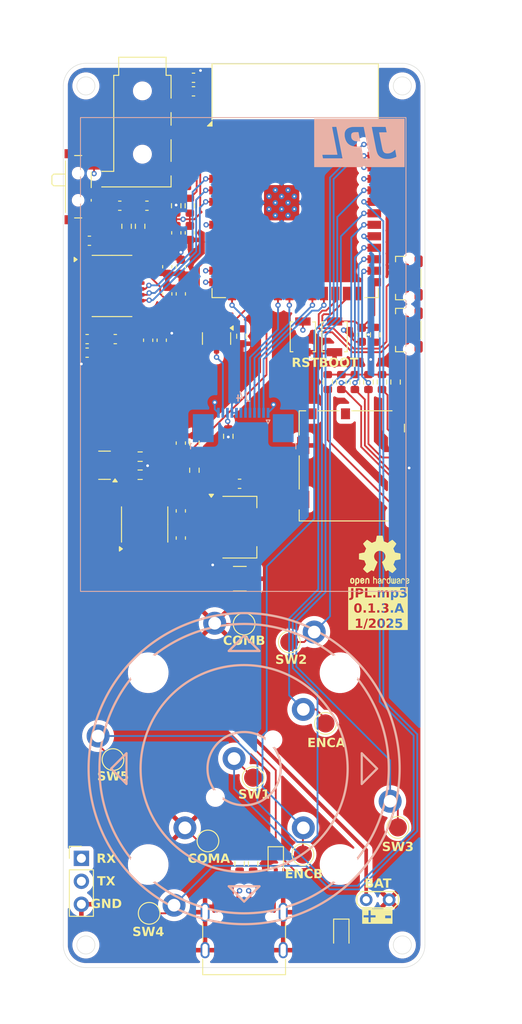
<source format=kicad_pcb>
(kicad_pcb
	(version 20240108)
	(generator "pcbnew")
	(generator_version "8.0")
	(general
		(thickness 1.6)
		(legacy_teardrops no)
	)
	(paper "A4")
	(layers
		(0 "F.Cu" signal)
		(1 "In1.Cu" signal)
		(2 "In2.Cu" signal)
		(31 "B.Cu" signal)
		(32 "B.Adhes" user "B.Adhesive")
		(33 "F.Adhes" user "F.Adhesive")
		(34 "B.Paste" user)
		(35 "F.Paste" user)
		(36 "B.SilkS" user "B.Silkscreen")
		(37 "F.SilkS" user "F.Silkscreen")
		(38 "B.Mask" user)
		(39 "F.Mask" user)
		(40 "Dwgs.User" user "User.Drawings")
		(41 "Cmts.User" user "User.Comments")
		(42 "Eco1.User" user "User.Eco1")
		(43 "Eco2.User" user "User.Eco2")
		(44 "Edge.Cuts" user)
		(45 "Margin" user)
		(46 "B.CrtYd" user "B.Courtyard")
		(47 "F.CrtYd" user "F.Courtyard")
		(48 "B.Fab" user)
		(49 "F.Fab" user)
		(50 "User.1" user)
		(51 "User.2" user)
		(52 "User.3" user)
		(53 "User.4" user)
		(54 "User.5" user)
		(55 "User.6" user)
		(56 "User.7" user)
		(57 "User.8" user)
		(58 "User.9" user)
	)
	(setup
		(stackup
			(layer "F.SilkS"
				(type "Top Silk Screen")
			)
			(layer "F.Paste"
				(type "Top Solder Paste")
			)
			(layer "F.Mask"
				(type "Top Solder Mask")
				(thickness 0.01)
			)
			(layer "F.Cu"
				(type "copper")
				(thickness 0.035)
			)
			(layer "dielectric 1"
				(type "prepreg")
				(thickness 0.1)
				(material "FR4")
				(epsilon_r 4.5)
				(loss_tangent 0.02)
			)
			(layer "In1.Cu"
				(type "copper")
				(thickness 0.035)
			)
			(layer "dielectric 2"
				(type "core")
				(thickness 1.24)
				(material "FR4")
				(epsilon_r 4.5)
				(loss_tangent 0.02)
			)
			(layer "In2.Cu"
				(type "copper")
				(thickness 0.035)
			)
			(layer "dielectric 3"
				(type "prepreg")
				(thickness 0.1)
				(material "FR4")
				(epsilon_r 4.5)
				(loss_tangent 0.02)
			)
			(layer "B.Cu"
				(type "copper")
				(thickness 0.035)
			)
			(layer "B.Mask"
				(type "Bottom Solder Mask")
				(thickness 0.01)
			)
			(layer "B.Paste"
				(type "Bottom Solder Paste")
			)
			(layer "B.SilkS"
				(type "Bottom Silk Screen")
			)
			(copper_finish "None")
			(dielectric_constraints no)
		)
		(pad_to_mask_clearance 0)
		(allow_soldermask_bridges_in_footprints no)
		(grid_origin 100 50)
		(pcbplotparams
			(layerselection 0x00010fc_ffffffff)
			(plot_on_all_layers_selection 0x0000000_00000000)
			(disableapertmacros no)
			(usegerberextensions no)
			(usegerberattributes yes)
			(usegerberadvancedattributes yes)
			(creategerberjobfile yes)
			(dashed_line_dash_ratio 12.000000)
			(dashed_line_gap_ratio 3.000000)
			(svgprecision 4)
			(plotframeref no)
			(viasonmask no)
			(mode 1)
			(useauxorigin no)
			(hpglpennumber 1)
			(hpglpenspeed 20)
			(hpglpendiameter 15.000000)
			(pdf_front_fp_property_popups yes)
			(pdf_back_fp_property_popups yes)
			(dxfpolygonmode yes)
			(dxfimperialunits yes)
			(dxfusepcbnewfont yes)
			(psnegative no)
			(psa4output no)
			(plotreference yes)
			(plotvalue yes)
			(plotfptext yes)
			(plotinvisibletext no)
			(sketchpadsonfab no)
			(subtractmaskfromsilk no)
			(outputformat 1)
			(mirror no)
			(drillshape 0)
			(scaleselection 1)
			(outputdirectory "/home/justinas/JPL.mp3/0.1.3.a/JPL.mp3/cad/eda/gerbers0.1.3.a/")
		)
	)
	(net 0 "")
	(net 1 "Net-(BOOT1-A)")
	(net 2 "GND")
	(net 3 "Net-(BT1-+)")
	(net 4 "+3.3V")
	(net 5 "AUDIO_LEFT")
	(net 6 "AUDIO_RIGHT")
	(net 7 "Net-(U4-LDOO)")
	(net 8 "BAT_SENSE")
	(net 9 "Net-(RST1-B)")
	(net 10 "+5V")
	(net 11 "Net-(U4-CAPP)")
	(net 12 "Net-(U4-CAPM)")
	(net 13 "Net-(U4-VNEG)")
	(net 14 "Net-(D1-A)")
	(net 15 "Net-(D2-A)")
	(net 16 "SW2")
	(net 17 "SW4")
	(net 18 "ENCA")
	(net 19 "SW3")
	(net 20 "SW5")
	(net 21 "ENCB")
	(net 22 "SW1")
	(net 23 "SD_CMD")
	(net 24 "SD_D0")
	(net 25 "Net-(J1-DAT1)")
	(net 26 "Net-(J1-DAT3{slash}CD)")
	(net 27 "SD_CLK")
	(net 28 "Net-(J1-DAT2)")
	(net 29 "Net-(J2-CC2)")
	(net 30 "USB_D+")
	(net 31 "Net-(J2-CC1)")
	(net 32 "USB_D-")
	(net 33 "unconnected-(J2-SBU2-PadB8)")
	(net 34 "unconnected-(J2-SBU1-PadA8)")
	(net 35 "TFT_DC")
	(net 36 "TFT_RST")
	(net 37 "unconnected-(J4-Pin_7-Pad7)")
	(net 38 "Net-(J4-Pin_10)")
	(net 39 "TFT_CS")
	(net 40 "TFT_SDA")
	(net 41 "Net-(J4-Pin_11)")
	(net 42 "TFT_SCLK")
	(net 43 "UART_RX")
	(net 44 "UART_TX")
	(net 45 "Net-(Q1-G)")
	(net 46 "CHG")
	(net 47 "BACKLIGHT")
	(net 48 "Net-(U4-OUTL)")
	(net 49 "Net-(U4-OUTR)")
	(net 50 "HOLD")
	(net 51 "VOL_UP")
	(net 52 "VOL_DOWN")
	(net 53 "S_B")
	(net 54 "unconnected-(U1-GPIO15{slash}U0RTS{slash}ADC2_CH4{slash}XTAL_32K_P-Pad8)")
	(net 55 "unconnected-(U1-GPIO17{slash}U1TXD{slash}ADC2_CH6-Pad10)")
	(net 56 "unconnected-(U1-GPIO18{slash}U1RXD{slash}ADC2_CH7{slash}CLK_OUT3-Pad11)")
	(net 57 "DAC_MCLK")
	(net 58 "I2S_SCLK")
	(net 59 "unconnected-(U1-GPIO13{slash}TOUCH13{slash}ADC2_CH2{slash}FSPIQ{slash}FSPIIO7{slash}SUBSPIQ-Pad21)")
	(net 60 "I2S_LRCLK")
	(net 61 "S_A")
	(net 62 "I2S_SD")
	(footprint "Connector_Audio:Jack_3.5mm_KoreanHropartsElec_PJ-320D-4A_Horizontal" (layer "F.Cu") (at 108.75 57.8 -90))
	(footprint "Resistor_SMD:R_0603_1608Metric" (layer "F.Cu") (at 133.75 85.25 -90))
	(footprint "Resistor_SMD:R_0603_1608Metric" (layer "F.Cu") (at 119.7 80.1875 -90))
	(footprint "Resistor_SMD:R_0603_1608Metric" (layer "F.Cu") (at 134.5 80.025 90))
	(footprint "Capacitor_SMD:C_0603_1608Metric" (layer "F.Cu") (at 113 102.5 90))
	(footprint "Capacitor_SMD:C_0603_1608Metric" (layer "F.Cu") (at 110.8875 80.625 -90))
	(footprint "Package_TO_SOT_SMD:SOT-23" (layer "F.Cu") (at 116.95 80.4375 -90))
	(footprint "Resistor_SMD:R_0603_1608Metric" (layer "F.Cu") (at 130.75 85.25 90))
	(footprint "RF_Module:ESP32-S3-WROOM-1" (layer "F.Cu") (at 125.65 62.96))
	(footprint "Package_TO_SOT_SMD:SOT-23" (layer "F.Cu") (at 104.5625 94.45 180))
	(footprint "TestPoint:TestPoint_Pad_D2.0mm" (layer "F.Cu") (at 116 136))
	(footprint "Resistor_SMD:R_0603_1608Metric" (layer "F.Cu") (at 119.5 138.5 90))
	(footprint "Connector_Card:microSD_HC_Molex_104031-0811" (layer "F.Cu") (at 131.9125 94.5 -90))
	(footprint "Button_Switch_SMD:SW_Push_1P1T-MP_NO_Horizontal_Alps_SKRTLAE010" (layer "F.Cu") (at 138.25 79.5 90))
	(footprint "Capacitor_SMD:C_1210_3225Metric" (layer "F.Cu") (at 119.525 107))
	(footprint "Diode_SMD:D_SOD-323" (layer "F.Cu") (at 130.75 146.25 -90))
	(footprint "TestPoint:TestPoint_Pad_D2.0mm" (layer "F.Cu") (at 120 112))
	(footprint "Connector_PinHeader_2.54mm:PinHeader_1x03_P2.54mm_Vertical" (layer "F.Cu") (at 102 137.92))
	(footprint "Button_Switch_SMD:SW_SPST_B3U-1000P" (layer "F.Cu") (at 126.5 80.25 90))
	(footprint "Button_Switch_SMD:SW_SPST_B3U-1000P" (layer "F.Cu") (at 130 80.25 -90))
	(footprint "TestPoint:TestPoint_Pad_D2.0mm"
		(layer "F.Cu")
		(uuid "736cf754-fd31-4f95-ab12-9f72ed2086de")
		(at 121 129)
		(descr "SMD pad as test Point, diameter 2.0mm")
		(tags "test point SMD pad")
		(property "Reference" "SW1"
			(at 0.1 1.9 0)
			(layer "F.SilkS")
			(uuid "448df86f-7c38-4ca7-a60d-3e58a83f1eed")
			(effects
				(font
					(face "Hack")
					(size 1 1)
					(thickness 0.2)
					(bold yes)
		
... [1150423 chars truncated]
</source>
